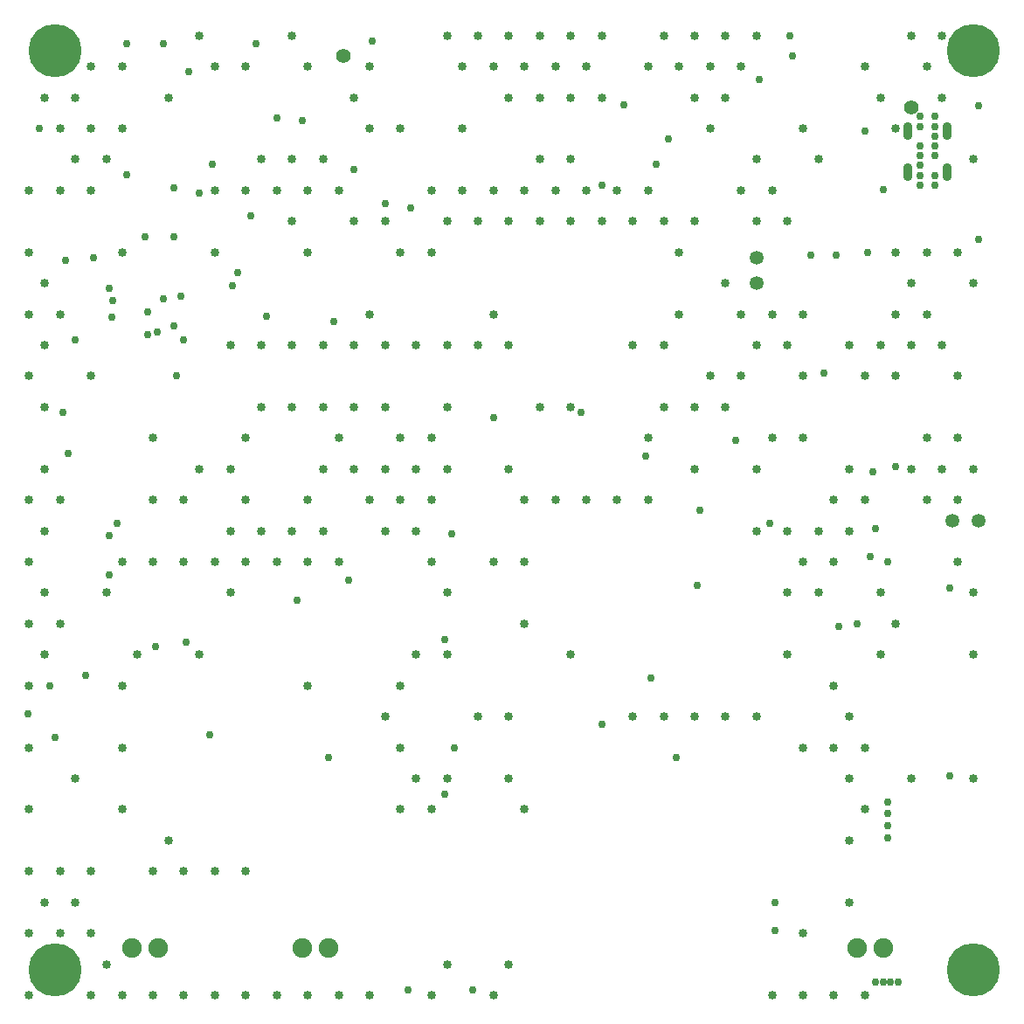
<source format=gbs>
G04*
G04 #@! TF.GenerationSoftware,Altium Limited,Altium Designer,21.6.4 (81)*
G04*
G04 Layer_Color=16711935*
%FSLAX25Y25*%
%MOIN*%
G70*
G04*
G04 #@! TF.SameCoordinates,85F88870-6580-45CF-999F-45165BC928DD*
G04*
G04*
G04 #@! TF.FilePolarity,Negative*
G04*
G01*
G75*
%ADD116C,0.07480*%
%ADD117C,0.02953*%
%ADD118O,0.03347X0.06890*%
%ADD119C,0.05315*%
%ADD120C,0.20276*%
%ADD121C,0.03347*%
%ADD122C,0.05591*%
D116*
X327756Y29724D02*
D03*
X337598D02*
D03*
X61024D02*
D03*
X51181D02*
D03*
X125984D02*
D03*
X116142D02*
D03*
D117*
X357362Y320866D02*
D03*
Y324606D02*
D03*
Y332087D02*
D03*
Y335827D02*
D03*
Y339567D02*
D03*
Y343307D02*
D03*
Y347047D02*
D03*
X351850Y320866D02*
D03*
Y324606D02*
D03*
Y328346D02*
D03*
Y332087D02*
D03*
Y335827D02*
D03*
Y343307D02*
D03*
Y347047D02*
D03*
X89567Y282480D02*
D03*
X91535Y287402D02*
D03*
X96457Y309055D02*
D03*
X339567Y85630D02*
D03*
Y81037D02*
D03*
Y76444D02*
D03*
Y71850D02*
D03*
X334646Y16732D02*
D03*
X337598D02*
D03*
X340551D02*
D03*
X343504D02*
D03*
X374016Y351093D02*
D03*
X337598Y319110D02*
D03*
X310039Y294291D02*
D03*
X331693Y295276D02*
D03*
X319882Y294291D02*
D03*
X42323Y172244D02*
D03*
X45276Y191929D02*
D03*
X42323Y187008D02*
D03*
X11524Y119095D02*
D03*
X302165Y377953D02*
D03*
X303150Y370079D02*
D03*
X290354Y361221D02*
D03*
X142717Y375984D02*
D03*
X135827Y326772D02*
D03*
X255906Y338583D02*
D03*
X188976Y232283D02*
D03*
X43727Y276994D02*
D03*
X43293Y270578D02*
D03*
X29528Y261811D02*
D03*
X102362Y270669D02*
D03*
X127953Y268701D02*
D03*
X81693Y328740D02*
D03*
X72835Y364173D02*
D03*
X62992Y375000D02*
D03*
X49213D02*
D03*
X98425D02*
D03*
X116142Y345472D02*
D03*
X106299Y346457D02*
D03*
X157480Y312008D02*
D03*
X147638Y313976D02*
D03*
X230315Y320866D02*
D03*
X250984Y328740D02*
D03*
X173228Y187992D02*
D03*
X266732Y168307D02*
D03*
X281496Y223425D02*
D03*
X314961Y249016D02*
D03*
X342520Y213583D02*
D03*
X339403Y177330D02*
D03*
X332677Y179134D02*
D03*
X363189Y167323D02*
D03*
Y95472D02*
D03*
X327756Y153543D02*
D03*
X320866Y152559D02*
D03*
X296260Y36417D02*
D03*
X156496Y13780D02*
D03*
X181102D02*
D03*
X170276Y88583D02*
D03*
X133858Y170276D02*
D03*
X71850Y146653D02*
D03*
X125984Y102362D02*
D03*
X21654Y110236D02*
D03*
X26575Y218504D02*
D03*
X36417Y293307D02*
D03*
X25591Y292323D02*
D03*
X15748Y342520D02*
D03*
X247047Y217520D02*
D03*
X67913Y248031D02*
D03*
X170276Y147638D02*
D03*
X249016Y132874D02*
D03*
X267717Y196850D02*
D03*
X294291Y191929D02*
D03*
X222441Y234252D02*
D03*
X333661Y211614D02*
D03*
X334646Y189961D02*
D03*
X80709Y111221D02*
D03*
X60039Y144685D02*
D03*
X114173Y162402D02*
D03*
X258858Y102362D02*
D03*
X230315Y115157D02*
D03*
X174213Y106299D02*
D03*
X296260Y47244D02*
D03*
X66929Y319882D02*
D03*
X70866Y261811D02*
D03*
X57087Y263779D02*
D03*
X33465Y133858D02*
D03*
X57021Y272572D02*
D03*
X66929Y267157D02*
D03*
X60811Y264764D02*
D03*
X19685Y129921D02*
D03*
X69882Y278543D02*
D03*
X62992Y277559D02*
D03*
X24606Y234252D02*
D03*
X42323Y281496D02*
D03*
X56102Y301181D02*
D03*
X66929D02*
D03*
X76772Y317913D02*
D03*
X49213Y324803D02*
D03*
X374016Y300197D02*
D03*
X238779Y351378D02*
D03*
X330709Y341535D02*
D03*
D118*
X362205Y325787D02*
D03*
Y341535D02*
D03*
X347008D02*
D03*
Y325787D02*
D03*
D119*
X289370Y293307D02*
D03*
Y283465D02*
D03*
X374016Y192913D02*
D03*
X364173D02*
D03*
D120*
X21654Y372047D02*
D03*
Y21654D02*
D03*
X372047D02*
D03*
Y372047D02*
D03*
D121*
X82677Y295275D02*
D03*
X206693Y307086D02*
D03*
X230315D02*
D03*
X147638D02*
D03*
X194882D02*
D03*
X171260D02*
D03*
X112205D02*
D03*
X135827D02*
D03*
X183071D02*
D03*
X218504D02*
D03*
X118110Y295275D02*
D03*
X153543D02*
D03*
X165354D02*
D03*
X372047Y330709D02*
D03*
X366142Y295275D02*
D03*
X372047Y283465D02*
D03*
X366142Y248031D02*
D03*
Y224409D02*
D03*
X372047Y212598D02*
D03*
X366142Y200787D02*
D03*
Y177165D02*
D03*
X372047Y165354D02*
D03*
Y141732D02*
D03*
Y94488D02*
D03*
X360236Y377953D02*
D03*
X354331Y366142D02*
D03*
X360236Y354331D02*
D03*
X354331Y295275D02*
D03*
Y271654D02*
D03*
X360236Y259842D02*
D03*
X354331Y224409D02*
D03*
X360236Y212598D02*
D03*
X354331Y200787D02*
D03*
X348425Y377953D02*
D03*
X342520Y342520D02*
D03*
Y295275D02*
D03*
X348425Y283465D02*
D03*
X342520Y271654D02*
D03*
X348425Y259842D02*
D03*
X342520Y248031D02*
D03*
X348425Y212598D02*
D03*
X342520Y153543D02*
D03*
X348425Y94488D02*
D03*
X330709Y366142D02*
D03*
X336614Y354331D02*
D03*
Y259842D02*
D03*
X330709Y248031D02*
D03*
Y200787D02*
D03*
X336614Y165354D02*
D03*
Y141732D02*
D03*
X330709Y106299D02*
D03*
Y82677D02*
D03*
Y11811D02*
D03*
X324803Y259842D02*
D03*
Y212598D02*
D03*
X318898Y200787D02*
D03*
X324803Y188976D02*
D03*
X318898Y177165D02*
D03*
Y129921D02*
D03*
X324803Y118110D02*
D03*
X318898Y106299D02*
D03*
X324803Y94488D02*
D03*
Y70866D02*
D03*
Y47244D02*
D03*
X318898Y11811D02*
D03*
X307086Y342520D02*
D03*
X312992Y330709D02*
D03*
X307086Y271654D02*
D03*
Y248031D02*
D03*
Y224409D02*
D03*
X312992Y188976D02*
D03*
X307086Y177165D02*
D03*
X312992Y165354D02*
D03*
X307086Y106299D02*
D03*
Y35433D02*
D03*
Y11811D02*
D03*
X295275Y318898D02*
D03*
X301181Y307086D02*
D03*
X295275Y271654D02*
D03*
X301181Y259842D02*
D03*
X295275Y224409D02*
D03*
X301181Y188976D02*
D03*
Y165354D02*
D03*
Y141732D02*
D03*
X295275Y11811D02*
D03*
X289370Y377953D02*
D03*
X283465Y366142D02*
D03*
X289370Y330709D02*
D03*
X283465Y318898D02*
D03*
X289370Y307086D02*
D03*
X283465Y271654D02*
D03*
X289370Y259842D02*
D03*
X283465Y248031D02*
D03*
X289370Y212598D02*
D03*
Y188976D02*
D03*
Y118110D02*
D03*
X277559Y377953D02*
D03*
X271654Y366142D02*
D03*
X277559Y354331D02*
D03*
X271654Y342520D02*
D03*
X277559Y283465D02*
D03*
X271654Y248031D02*
D03*
X277559Y236220D02*
D03*
Y118110D02*
D03*
X265748Y377953D02*
D03*
X259842Y366142D02*
D03*
X265748Y354331D02*
D03*
Y307086D02*
D03*
X259842Y295275D02*
D03*
Y271654D02*
D03*
X265748Y236220D02*
D03*
Y212598D02*
D03*
Y118110D02*
D03*
X253937Y377953D02*
D03*
X248031Y366142D02*
D03*
Y318898D02*
D03*
X253937Y307086D02*
D03*
Y259842D02*
D03*
Y236220D02*
D03*
X248031Y224409D02*
D03*
Y200787D02*
D03*
X253937Y118110D02*
D03*
X236220Y318898D02*
D03*
X242126Y307086D02*
D03*
Y259842D02*
D03*
X236220Y200787D02*
D03*
X242126Y118110D02*
D03*
X230315Y377953D02*
D03*
X224409Y366142D02*
D03*
X230315Y354331D02*
D03*
X224409Y318898D02*
D03*
Y200787D02*
D03*
X218504Y377953D02*
D03*
X212598Y366142D02*
D03*
X218504Y354331D02*
D03*
Y330709D02*
D03*
X212598Y318898D02*
D03*
X218504Y236220D02*
D03*
X212598Y200787D02*
D03*
X218504Y141732D02*
D03*
X206693Y377953D02*
D03*
X200787Y366142D02*
D03*
X206693Y354331D02*
D03*
Y330709D02*
D03*
X200787Y318898D02*
D03*
X206693Y236220D02*
D03*
X200787Y200787D02*
D03*
Y177165D02*
D03*
Y153543D02*
D03*
Y82677D02*
D03*
X194882Y377953D02*
D03*
X188976Y366142D02*
D03*
X194882Y354331D02*
D03*
X188976Y318898D02*
D03*
Y271654D02*
D03*
X194882Y259842D02*
D03*
Y212598D02*
D03*
X188976Y177165D02*
D03*
X194882Y118110D02*
D03*
Y94488D02*
D03*
Y23622D02*
D03*
X188976Y11811D02*
D03*
X183071Y377953D02*
D03*
X177165Y366142D02*
D03*
Y342520D02*
D03*
Y318898D02*
D03*
X183071Y259842D02*
D03*
Y118110D02*
D03*
X171260Y377953D02*
D03*
X165354Y318898D02*
D03*
X171260Y259842D02*
D03*
Y236220D02*
D03*
X165354Y224409D02*
D03*
X171260Y212598D02*
D03*
X165354Y200787D02*
D03*
Y177165D02*
D03*
X171260Y165354D02*
D03*
Y141732D02*
D03*
Y94488D02*
D03*
X165354Y82677D02*
D03*
X171260Y23622D02*
D03*
X165354Y11811D02*
D03*
X153543Y342520D02*
D03*
X159449Y259842D02*
D03*
X153543Y224409D02*
D03*
X159449Y212598D02*
D03*
X153543Y200787D02*
D03*
X159449Y188976D02*
D03*
Y141732D02*
D03*
X153543Y129921D02*
D03*
Y106299D02*
D03*
X159449Y94488D02*
D03*
X153543Y82677D02*
D03*
X141732Y366142D02*
D03*
Y342520D02*
D03*
Y271654D02*
D03*
X147638Y259842D02*
D03*
Y236220D02*
D03*
Y212598D02*
D03*
X141732Y200787D02*
D03*
X147638Y188976D02*
D03*
Y118110D02*
D03*
X141732Y11811D02*
D03*
X135827Y354331D02*
D03*
X129921Y318898D02*
D03*
X135827Y259842D02*
D03*
Y236220D02*
D03*
X129921Y224409D02*
D03*
X135827Y212598D02*
D03*
X129921Y177165D02*
D03*
Y11811D02*
D03*
X118110Y366142D02*
D03*
X124016Y330709D02*
D03*
X118110Y318898D02*
D03*
X124016Y259842D02*
D03*
Y236220D02*
D03*
Y212598D02*
D03*
X118110Y200787D02*
D03*
X124016Y188976D02*
D03*
X118110Y177165D02*
D03*
Y129921D02*
D03*
Y11811D02*
D03*
X112205Y377953D02*
D03*
Y330709D02*
D03*
X106299Y318898D02*
D03*
X112205Y259842D02*
D03*
Y236220D02*
D03*
Y188976D02*
D03*
X106299Y177165D02*
D03*
Y11811D02*
D03*
X94488Y366142D02*
D03*
X100394Y330709D02*
D03*
X94488Y318898D02*
D03*
X100394Y259842D02*
D03*
Y236220D02*
D03*
X94488Y224409D02*
D03*
Y200787D02*
D03*
X100394Y188976D02*
D03*
X94488Y177165D02*
D03*
Y59055D02*
D03*
Y11811D02*
D03*
X82677Y366142D02*
D03*
Y318898D02*
D03*
X88583Y259842D02*
D03*
Y212598D02*
D03*
Y188976D02*
D03*
X82677Y177165D02*
D03*
X88583Y165354D02*
D03*
X82677Y59055D02*
D03*
Y11811D02*
D03*
X76772Y377953D02*
D03*
Y212598D02*
D03*
X70866Y200787D02*
D03*
Y177165D02*
D03*
X76772Y141732D02*
D03*
X70866Y59055D02*
D03*
Y11811D02*
D03*
X64961Y354331D02*
D03*
X59055Y224409D02*
D03*
Y200787D02*
D03*
Y177165D02*
D03*
X64961Y70866D02*
D03*
X59055Y59055D02*
D03*
Y11811D02*
D03*
X47244Y366142D02*
D03*
Y342520D02*
D03*
Y295275D02*
D03*
Y177165D02*
D03*
X53150Y141732D02*
D03*
X47244Y129921D02*
D03*
Y106299D02*
D03*
Y82677D02*
D03*
Y11811D02*
D03*
X35433Y366142D02*
D03*
Y342520D02*
D03*
X41339Y330709D02*
D03*
X35433Y318898D02*
D03*
Y248031D02*
D03*
X41339Y165354D02*
D03*
X35433Y59055D02*
D03*
Y35433D02*
D03*
X41339Y23622D02*
D03*
X35433Y11811D02*
D03*
X29528Y354331D02*
D03*
X23622Y342520D02*
D03*
X29528Y330709D02*
D03*
X23622Y318898D02*
D03*
Y271654D02*
D03*
Y200787D02*
D03*
Y153543D02*
D03*
X29528Y94488D02*
D03*
X23622Y59055D02*
D03*
X29528Y47244D02*
D03*
X23622Y35433D02*
D03*
X17717Y354331D02*
D03*
X11811Y318898D02*
D03*
Y295275D02*
D03*
X17717Y283465D02*
D03*
X11811Y271654D02*
D03*
X17717Y259842D02*
D03*
X11811Y248031D02*
D03*
X17717Y236220D02*
D03*
Y212598D02*
D03*
X11811Y200787D02*
D03*
X17717Y188976D02*
D03*
X11811Y177165D02*
D03*
X17717Y165354D02*
D03*
X11811Y153543D02*
D03*
X17717Y141732D02*
D03*
X11811Y129921D02*
D03*
Y106299D02*
D03*
Y82677D02*
D03*
Y59055D02*
D03*
X17717Y47244D02*
D03*
X11811Y35433D02*
D03*
Y11811D02*
D03*
D122*
X348425Y350394D02*
D03*
X131890Y370079D02*
D03*
M02*

</source>
